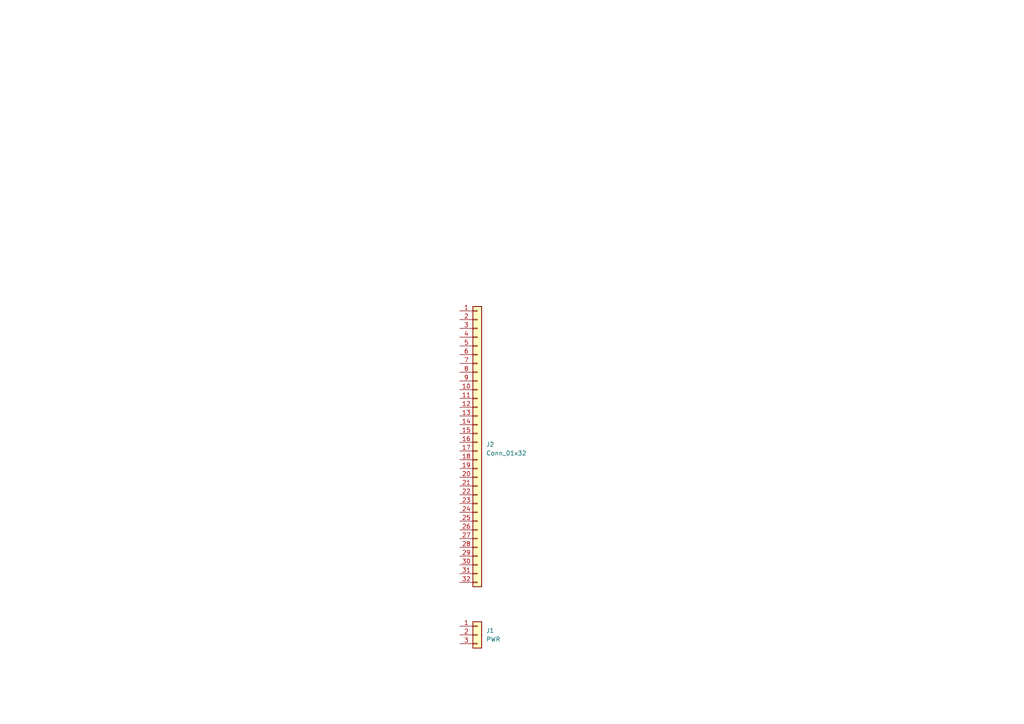
<source format=kicad_sch>
(kicad_sch (version 20230121) (generator eeschema)
  (paper "A4")
  (lib_symbols
    (symbol "Connector_Generic:Conn_01x03" (pin_names (offset 1.016) hide)
      (property "Reference" "J" (at 0 5.08 0))
      (property "Value" "Conn_01x03" (at 0 -5.08 0))
      (symbol "Conn_01x03_1_1"
        (rectangle (start -1.27 -2.413) (end 0 -2.667) (stroke (width 0.1524)))
        (rectangle (start -1.27 0.127) (end 0 -0.127) (stroke (width 0.1524)))
        (rectangle (start -1.27 2.667) (end 0 2.413) (stroke (width 0.1524)))
        (rectangle (start -1.27 3.81) (end 1.27 -3.81) (stroke (width 0.254)) (fill (type background)))
        (pin passive line (at -5.08 2.54 0) (length 3.81) (name "Pin_1") (number "1"))
        (pin passive line (at -5.08 0 0) (length 3.81) (name "Pin_2") (number "2"))
        (pin passive line (at -5.08 -2.54 0) (length 3.81) (name "Pin_3") (number "3"))
      )
    )
    (symbol "Connector_Generic:Conn_01x32" (pin_names (offset 1.016) hide)
      (property "Reference" "J" (at 0 40.64 0))
      (property "Value" "Conn_01x32" (at 0 -43.18 0))
      (symbol "Conn_01x32_1_1"
        (rectangle (start -1.27 -40.513) (end 0 -40.767) (stroke (width 0.1524)))
        (rectangle (start -1.27 -37.973) (end 0 -38.227) (stroke (width 0.1524)))
        (rectangle (start -1.27 -35.433) (end 0 -35.687) (stroke (width 0.1524)))
        (rectangle (start -1.27 -32.893) (end 0 -33.147) (stroke (width 0.1524)))
        (rectangle (start -1.27 -30.353) (end 0 -30.607) (stroke (width 0.1524)))
        (rectangle (start -1.27 -27.813) (end 0 -28.067) (stroke (width 0.1524)))
        (rectangle (start -1.27 -25.273) (end 0 -25.527) (stroke (width 0.1524)))
        (rectangle (start -1.27 -22.733) (end 0 -22.987) (stroke (width 0.1524)))
        (rectangle (start -1.27 -20.193) (end 0 -20.447) (stroke (width 0.1524)))
        (rectangle (start -1.27 -17.653) (end 0 -17.907) (stroke (width 0.1524)))
        (rectangle (start -1.27 -15.113) (end 0 -15.367) (stroke (width 0.1524)))
        (rectangle (start -1.27 -12.573) (end 0 -12.827) (stroke (width 0.1524)))
        (rectangle (start -1.27 -10.033) (end 0 -10.287) (stroke (width 0.1524)))
        (rectangle (start -1.27 -7.493) (end 0 -7.747) (stroke (width 0.1524)))
        (rectangle (start -1.27 -4.953) (end 0 -5.207) (stroke (width 0.1524)))
        (rectangle (start -1.27 -2.413) (end 0 -2.667) (stroke (width 0.1524)))
        (rectangle (start -1.27 0.127) (end 0 -0.127) (stroke (width 0.1524)))
        (rectangle (start -1.27 2.667) (end 0 2.413) (stroke (width 0.1524)))
        (rectangle (start -1.27 5.207) (end 0 4.953) (stroke (width 0.1524)))
        (rectangle (start -1.27 7.747) (end 0 7.493) (stroke (width 0.1524)))
        (rectangle (start -1.27 10.287) (end 0 10.033) (stroke (width 0.1524)))
        (rectangle (start -1.27 12.827) (end 0 12.573) (stroke (width 0.1524)))
        (rectangle (start -1.27 15.367) (end 0 15.113) (stroke (width 0.1524)))
        (rectangle (start -1.27 17.907) (end 0 17.653) (stroke (width 0.1524)))
        (rectangle (start -1.27 20.447) (end 0 20.193) (stroke (width 0.1524)))
        (rectangle (start -1.27 22.987) (end 0 22.733) (stroke (width 0.1524)))
        (rectangle (start -1.27 25.527) (end 0 25.273) (stroke (width 0.1524)))
        (rectangle (start -1.27 28.067) (end 0 27.813) (stroke (width 0.1524)))
        (rectangle (start -1.27 30.607) (end 0 30.353) (stroke (width 0.1524)))
        (rectangle (start -1.27 33.147) (end 0 32.893) (stroke (width 0.1524)))
        (rectangle (start -1.27 35.687) (end 0 35.433) (stroke (width 0.1524)))
        (rectangle (start -1.27 38.227) (end 0 37.973) (stroke (width 0.1524)))
        (rectangle (start -1.27 39.37) (end 1.27 -41.91) (stroke (width 0.254)) (fill (type background)))
        (pin passive line (at -5.08 38.1 0) (length 3.81) (name "Pin_1") (number "1"))
        (pin passive line (at -5.08 15.24 0) (length 3.81) (name "Pin_10") (number "10"))
        (pin passive line (at -5.08 12.7 0) (length 3.81) (name "Pin_11") (number "11"))
        (pin passive line (at -5.08 10.16 0) (length 3.81) (name "Pin_12") (number "12"))
        (pin passive line (at -5.08 7.62 0) (length 3.81) (name "Pin_13") (number "13"))
        (pin passive line (at -5.08 5.08 0) (length 3.81) (name "Pin_14") (number "14"))
        (pin passive line (at -5.08 2.54 0) (length 3.81) (name "Pin_15") (number "15"))
        (pin passive line (at -5.08 0 0) (length 3.81) (name "Pin_16") (number "16"))
        (pin passive line (at -5.08 -2.54 0) (length 3.81) (name "Pin_17") (number "17"))
        (pin passive line (at -5.08 -5.08 0) (length 3.81) (name "Pin_18") (number "18"))
        (pin passive line (at -5.08 -7.62 0) (length 3.81) (name "Pin_19") (number "19"))
        (pin passive line (at -5.08 35.56 0) (length 3.81) (name "Pin_2") (number "2"))
        (pin passive line (at -5.08 -10.16 0) (length 3.81) (name "Pin_20") (number "20"))
        (pin passive line (at -5.08 -12.7 0) (length 3.81) (name "Pin_21") (number "21"))
        (pin passive line (at -5.08 -15.24 0) (length 3.81) (name "Pin_22") (number "22"))
        (pin passive line (at -5.08 -17.78 0) (length 3.81) (name "Pin_23") (number "23"))
        (pin passive line (at -5.08 -20.32 0) (length 3.81) (name "Pin_24") (number "24"))
        (pin passive line (at -5.08 -22.86 0) (length 3.81) (name "Pin_25") (number "25"))
        (pin passive line (at -5.08 -25.4 0) (length 3.81) (name "Pin_26") (number "26"))
        (pin passive line (at -5.08 -27.94 0) (length 3.81) (name "Pin_27") (number "27"))
        (pin passive line (at -5.08 -30.48 0) (length 3.81) (name "Pin_28") (number "28"))
        (pin passive line (at -5.08 -33.02 0) (length 3.81) (name "Pin_29") (number "29"))
        (pin passive line (at -5.08 33.02 0) (length 3.81) (name "Pin_3") (number "3"))
        (pin passive line (at -5.08 -35.56 0) (length 3.81) (name "Pin_30") (number "30"))
        (pin passive line (at -5.08 -38.1 0) (length 3.81) (name "Pin_31") (number "31"))
        (pin passive line (at -5.08 -40.64 0) (length 3.81) (name "Pin_32") (number "32"))
        (pin passive line (at -5.08 30.48 0) (length 3.81) (name "Pin_4") (number "4"))
        (pin passive line (at -5.08 27.94 0) (length 3.81) (name "Pin_5") (number "5"))
        (pin passive line (at -5.08 25.4 0) (length 3.81) (name "Pin_6") (number "6"))
        (pin passive line (at -5.08 22.86 0) (length 3.81) (name "Pin_7") (number "7"))
        (pin passive line (at -5.08 20.32 0) (length 3.81) (name "Pin_8") (number "8"))
        (pin passive line (at -5.08 17.78 0) (length 3.81) (name "Pin_9") (number "9"))
      )
    )
  )
  (symbol (lib_id "Connector_Generic:Conn_01x32") (at 138.43 128.27 0) (unit 1)
    (property "Reference" "J2" (at 140.97 128.905 0) (effects (justify left)))
    (property "Value" "Conn_01x32" (at 140.97 131.445 0) (effects (justify left)))
    (property "Footprint" "100mm template footprints:SIL32" (effects hide))
  )
  (symbol (lib_id "Connector_Generic:Conn_01x03") (at 138.43 184.15 0) (unit 1)
    (property "Reference" "J1" (at 140.97 182.88 0) (effects (justify left)))
    (property "Value" "PWR" (at 140.97 185.42 0) (effects (justify left)))
    (property "Footprint" "100mm template footprints:CTB93HD3" (effects hide))
  )
)
</source>
